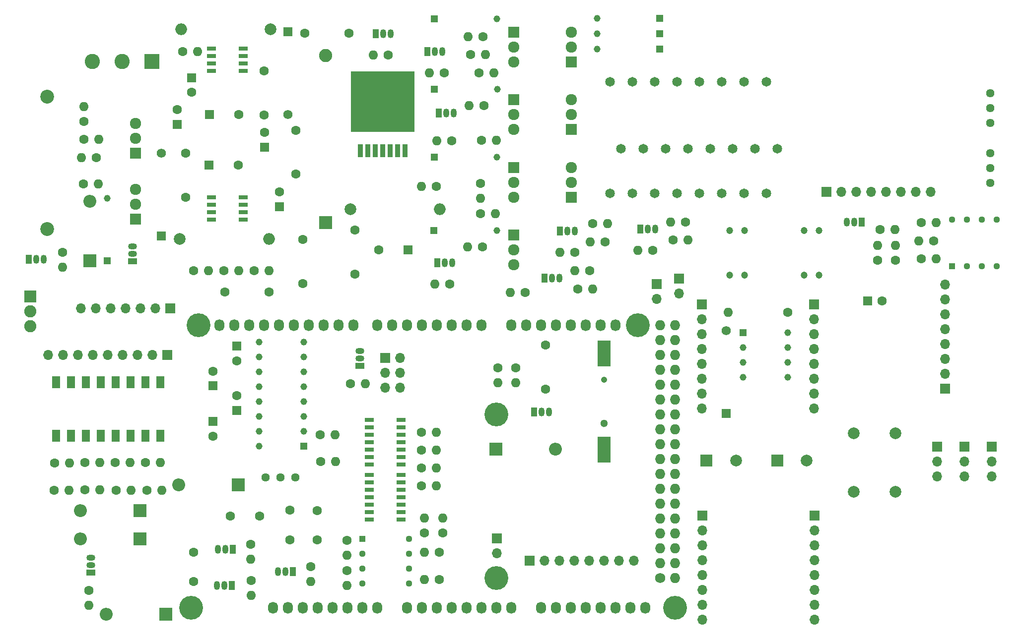
<source format=gbr>
%TF.GenerationSoftware,KiCad,Pcbnew,(6.0.0)*%
%TF.CreationDate,2022-04-28T11:50:29-07:00*%
%TF.ProjectId,AMS-Mega2560-Base,414d532d-4d65-4676-9132-3536302d4261,rev?*%
%TF.SameCoordinates,Original*%
%TF.FileFunction,Soldermask,Top*%
%TF.FilePolarity,Negative*%
%FSLAX46Y46*%
G04 Gerber Fmt 4.6, Leading zero omitted, Abs format (unit mm)*
G04 Created by KiCad (PCBNEW (6.0.0)) date 2022-04-28 11:50:29*
%MOMM*%
%LPD*%
G01*
G04 APERTURE LIST*
%ADD10C,1.727200*%
%ADD11O,1.727200X1.727200*%
%ADD12O,1.727200X2.032000*%
%ADD13C,4.064000*%
%ADD14C,1.650000*%
%ADD15R,1.575000X1.575000*%
%ADD16C,1.575000*%
%ADD17R,2.200000X2.200000*%
%ADD18O,2.200000X2.200000*%
%ADD19R,1.050000X1.500000*%
%ADD20O,1.050000X1.500000*%
%ADD21C,1.600000*%
%ADD22O,1.600000X1.600000*%
%ADD23R,1.920000X1.920000*%
%ADD24C,1.920000*%
%ADD25R,2.000000X2.000000*%
%ADD26C,2.000000*%
%ADD27R,1.700000X1.700000*%
%ADD28O,1.700000X1.700000*%
%ADD29O,2.000000X2.000000*%
%ADD30R,1.500000X1.050000*%
%ADD31O,1.500000X1.050000*%
%ADD32R,2.250000X2.250000*%
%ADD33C,2.250000*%
%ADD34R,0.910000X2.160000*%
%ADD35R,10.800000X10.410000*%
%ADD36R,2.600000X2.600000*%
%ADD37C,2.600000*%
%ADD38C,1.200000*%
%ADD39R,1.600000X1.600000*%
%ADD40R,1.450000X2.100000*%
%ADD41R,1.150000X1.150000*%
%ADD42C,1.150000*%
%ADD43R,1.528000X0.650000*%
%ADD44C,1.440000*%
%ADD45R,1.160000X1.160000*%
%ADD46C,1.160000*%
%ADD47R,2.085000X2.085000*%
%ADD48C,2.085000*%
%ADD49C,1.300000*%
%ADD50C,1.050000*%
%ADD51R,2.300000X4.500000*%
%ADD52C,2.360000*%
%ADD53R,1.130000X1.130000*%
%ADD54C,1.130000*%
%ADD55R,1.525000X0.650000*%
G04 APERTURE END LIST*
D10*
%TO.C,P4*%
X178021100Y-143971900D03*
D11*
X180561100Y-143971900D03*
X178021100Y-141431900D03*
X180561100Y-141431900D03*
X178021100Y-138891900D03*
X180561100Y-138891900D03*
X178021100Y-136351900D03*
X180561100Y-136351900D03*
X178021100Y-133811900D03*
X180561100Y-133811900D03*
X178021100Y-131271900D03*
X180561100Y-131271900D03*
X178021100Y-128731900D03*
X180561100Y-128731900D03*
X178021100Y-126191900D03*
X180561100Y-126191900D03*
X178021100Y-123651900D03*
X180561100Y-123651900D03*
X178021100Y-121111900D03*
X180561100Y-121111900D03*
X178021100Y-118571900D03*
X180561100Y-118571900D03*
X178021100Y-116031900D03*
X180561100Y-116031900D03*
X178021100Y-113491900D03*
X180561100Y-113491900D03*
X178021100Y-110951900D03*
X180561100Y-110951900D03*
X178021100Y-108411900D03*
X180561100Y-108411900D03*
X178021100Y-105871900D03*
X180561100Y-105871900D03*
X178021100Y-103331900D03*
X180561100Y-103331900D03*
X178021100Y-100791900D03*
X180561100Y-100791900D03*
%TD*%
D12*
%TO.C,P1*%
X111981100Y-149051900D03*
X114521100Y-149051900D03*
X117061100Y-149051900D03*
X119601100Y-149051900D03*
X122141100Y-149051900D03*
X124681100Y-149051900D03*
X127221100Y-149051900D03*
X129761100Y-149051900D03*
%TD*%
%TO.C,P2*%
X134841100Y-149051900D03*
X137381100Y-149051900D03*
X139921100Y-149051900D03*
X142461100Y-149051900D03*
X145001100Y-149051900D03*
X147541100Y-149051900D03*
X150081100Y-149051900D03*
X152621100Y-149051900D03*
%TD*%
%TO.C,P3*%
X157701100Y-149051900D03*
X160241100Y-149051900D03*
X162781100Y-149051900D03*
X165321100Y-149051900D03*
X167861100Y-149051900D03*
X170401100Y-149051900D03*
X172941100Y-149051900D03*
X175481100Y-149051900D03*
%TD*%
%TO.C,P5*%
X102837100Y-100791900D03*
X105377100Y-100791900D03*
X107917100Y-100791900D03*
X110457100Y-100791900D03*
X112997100Y-100791900D03*
X115537100Y-100791900D03*
X118077100Y-100791900D03*
X120617100Y-100791900D03*
X123157100Y-100791900D03*
X125697100Y-100791900D03*
%TD*%
%TO.C,P6*%
X129761100Y-100791900D03*
X132301100Y-100791900D03*
X134841100Y-100791900D03*
X137381100Y-100791900D03*
X139921100Y-100791900D03*
X142461100Y-100791900D03*
X145001100Y-100791900D03*
X147541100Y-100791900D03*
%TD*%
%TO.C,P7*%
X152621100Y-100791900D03*
X155161100Y-100791900D03*
X157701100Y-100791900D03*
X160241100Y-100791900D03*
X162781100Y-100791900D03*
X165321100Y-100791900D03*
X167861100Y-100791900D03*
X170401100Y-100791900D03*
%TD*%
D13*
%TO.C,P8*%
X98011100Y-149051900D03*
%TD*%
%TO.C,P9*%
X150081100Y-143971900D03*
%TD*%
%TO.C,P10*%
X180561100Y-149051900D03*
%TD*%
%TO.C,P11*%
X99281100Y-100791900D03*
%TD*%
%TO.C,P12*%
X150081100Y-116031900D03*
%TD*%
%TO.C,P13*%
X174211100Y-100791900D03*
%TD*%
D14*
%TO.C,J4*%
X196101600Y-78302400D03*
X198001600Y-70682400D03*
X196101600Y-59252400D03*
X192291600Y-78302400D03*
X194191600Y-70682400D03*
X192291600Y-59252400D03*
X188481600Y-78302400D03*
X190381600Y-70682400D03*
X188481600Y-59252400D03*
X184671600Y-78302400D03*
X186571600Y-70682400D03*
X184671600Y-59252400D03*
%TD*%
%TO.C,J5*%
X180857300Y-78302400D03*
X182757300Y-70682400D03*
X180857300Y-59252400D03*
X177047300Y-78302400D03*
X178947300Y-70682400D03*
X177047300Y-59252400D03*
X173237300Y-78302400D03*
X175137300Y-70682400D03*
X173237300Y-59252400D03*
X169427300Y-78302400D03*
X171327300Y-70682400D03*
X169427300Y-59252400D03*
%TD*%
D15*
%TO.C,D7*%
X92892200Y-85548400D03*
D16*
X92892200Y-71448400D03*
%TD*%
D17*
%TO.C,D10*%
X149922800Y-121993000D03*
D18*
X160082800Y-121993000D03*
%TD*%
D19*
%TO.C,Q8*%
X160890100Y-84718700D03*
D20*
X162160100Y-84718700D03*
X163430100Y-84718700D03*
%TD*%
D21*
%TO.C,R43*%
X168607800Y-86594000D03*
D22*
X166067800Y-86594000D03*
%TD*%
D17*
%TO.C,D1*%
X80706300Y-89808700D03*
D18*
X80706300Y-79648700D03*
%TD*%
D19*
%TO.C,Q16*%
X174624500Y-84413200D03*
D20*
X175894500Y-84413200D03*
X177164500Y-84413200D03*
%TD*%
D23*
%TO.C,Q13*%
X152969100Y-73847300D03*
D24*
X152969100Y-76387300D03*
X152969100Y-78927300D03*
%TD*%
D21*
%TO.C,R5*%
X108144700Y-138243300D03*
D22*
X108144700Y-140783300D03*
%TD*%
D21*
%TO.C,R65*%
X120056900Y-124116900D03*
D22*
X122596900Y-124116900D03*
%TD*%
D21*
%TO.C,R56*%
X180195400Y-86247700D03*
D22*
X182735400Y-86247700D03*
%TD*%
D23*
%TO.C,Q6*%
X88471600Y-71436700D03*
D24*
X88471600Y-68896700D03*
X88471600Y-66356700D03*
%TD*%
D25*
%TO.C,C30*%
X197993900Y-123904500D03*
D26*
X202993900Y-123904500D03*
%TD*%
D21*
%TO.C,R59*%
X147774100Y-51494800D03*
D22*
X145234100Y-51494800D03*
%TD*%
D21*
%TO.C,R48*%
X147351500Y-76587800D03*
D22*
X147351500Y-79127800D03*
%TD*%
D21*
%TO.C,R64*%
X120006400Y-119516000D03*
D22*
X122546400Y-119516000D03*
%TD*%
D21*
%TO.C,R22*%
X139843100Y-77085100D03*
D22*
X137303100Y-77085100D03*
%TD*%
D21*
%TO.C,R41*%
X147061400Y-57723300D03*
D22*
X149601400Y-57723300D03*
%TD*%
D27*
%TO.C,J24*%
X181186800Y-92877800D03*
D28*
X181186800Y-95417800D03*
%TD*%
D26*
%TO.C,L2*%
X96052200Y-86102400D03*
D29*
X111292200Y-86102400D03*
%TD*%
D21*
%TO.C,R21*%
X79687400Y-66002600D03*
D22*
X79687400Y-63462600D03*
%TD*%
D21*
%TO.C,R61*%
X79730500Y-69077500D03*
D22*
X82270500Y-69077500D03*
%TD*%
D27*
%TO.C,T3*%
X185205600Y-133341400D03*
D28*
X185205600Y-135881400D03*
X185205600Y-138421400D03*
X185205600Y-140961400D03*
X185205600Y-143501400D03*
X185205600Y-146041400D03*
X185205600Y-148581400D03*
X185205600Y-151121400D03*
%TD*%
D15*
%TO.C,D8*%
X114476300Y-50716300D03*
D16*
X114476300Y-64816300D03*
%TD*%
D21*
%TO.C,R58*%
X145684100Y-54609900D03*
D22*
X148224100Y-54609900D03*
%TD*%
D19*
%TO.C,Q23*%
X70303900Y-89526600D03*
D20*
X71573900Y-89526600D03*
X72843900Y-89526600D03*
%TD*%
D30*
%TO.C,Q2*%
X80900100Y-143056000D03*
D31*
X80900100Y-141786000D03*
X80900100Y-140516000D03*
%TD*%
D32*
%TO.C,D6*%
X120888400Y-83319600D03*
D33*
X120888400Y-54719600D03*
%TD*%
D30*
%TO.C,U2*%
X126761900Y-107716700D03*
D31*
X126761900Y-106446700D03*
X126761900Y-105176700D03*
%TD*%
D19*
%TO.C,Q24*%
X156465700Y-115613100D03*
D20*
X157735700Y-115613100D03*
X159005700Y-115613100D03*
%TD*%
D21*
%TO.C,L4*%
X199771300Y-98617200D03*
D22*
X189611300Y-98617200D03*
%TD*%
D19*
%TO.C,Q15*%
X140001700Y-90159900D03*
D20*
X141271700Y-90159900D03*
X142541700Y-90159900D03*
%TD*%
D34*
%TO.C,IC9*%
X126848400Y-70987100D03*
X128118400Y-70987100D03*
X129388400Y-70987100D03*
X130658400Y-70987100D03*
X131928400Y-70987100D03*
X133198400Y-70987100D03*
X134468400Y-70987100D03*
D35*
X130658400Y-62667100D03*
%TD*%
D21*
%TO.C,R31*%
X125172400Y-110772600D03*
D22*
X127712400Y-110772600D03*
%TD*%
D21*
%TO.C,R67*%
X137262100Y-122136700D03*
D22*
X139802100Y-122136700D03*
%TD*%
D21*
%TO.C,R24*%
X103527600Y-91520800D03*
D22*
X106067600Y-91520800D03*
%TD*%
D36*
%TO.C,J21*%
X91265200Y-55743100D03*
D37*
X86185200Y-55743100D03*
X81105200Y-55743100D03*
%TD*%
D27*
%TO.C,T4*%
X204282700Y-133341400D03*
D28*
X204282700Y-135881400D03*
X204282700Y-138421400D03*
X204282700Y-140961400D03*
X204282700Y-143501400D03*
X204282700Y-146041400D03*
X204282700Y-148581400D03*
X204282700Y-151121400D03*
%TD*%
D21*
%TO.C,C19*%
X103764500Y-95181000D03*
X111264500Y-95181000D03*
%TD*%
D38*
%TO.C,K1*%
X205074100Y-84663800D03*
X202534100Y-84663800D03*
X192374100Y-84663800D03*
X189834100Y-84663800D03*
X189834100Y-92283800D03*
X192374100Y-92283800D03*
X202534100Y-92283800D03*
X205074100Y-92283800D03*
%TD*%
D39*
%TO.C,C14*%
X113074300Y-80554800D03*
D21*
X113074300Y-78054800D03*
%TD*%
%TO.C,R46*%
X154933700Y-95182900D03*
D22*
X152393700Y-95182900D03*
%TD*%
D21*
%TO.C,R9*%
X118390500Y-142064600D03*
D22*
X118390500Y-144604600D03*
%TD*%
D19*
%TO.C,Q19*%
X138302400Y-54077800D03*
D20*
X139572400Y-54077800D03*
X140842400Y-54077800D03*
%TD*%
D27*
%TO.C,J6*%
X93896800Y-105925600D03*
D28*
X91356800Y-105925600D03*
X88816800Y-105925600D03*
X86276800Y-105925600D03*
X83736800Y-105925600D03*
X81196800Y-105925600D03*
X78656800Y-105925600D03*
X76116800Y-105925600D03*
X73576800Y-105925600D03*
%TD*%
D21*
%TO.C,R37*%
X153369000Y-108072800D03*
D22*
X153369000Y-110612800D03*
%TD*%
D21*
%TO.C,C2*%
X119512100Y-132503500D03*
X119512100Y-137503500D03*
%TD*%
D23*
%TO.C,Q20*%
X152969100Y-50748700D03*
D24*
X152969100Y-53288700D03*
X152969100Y-55828700D03*
%TD*%
D21*
%TO.C,R33*%
X224611300Y-86399600D03*
D22*
X222071300Y-86399600D03*
%TD*%
D27*
%TO.C,J22*%
X94384900Y-97908600D03*
D28*
X91844900Y-97908600D03*
X89304900Y-97908600D03*
X86764900Y-97908600D03*
X84224900Y-97908600D03*
X81684900Y-97908600D03*
X79144900Y-97908600D03*
%TD*%
D40*
%TO.C,IC7*%
X92718500Y-110579700D03*
X90178500Y-110579700D03*
X87638500Y-110579700D03*
X85098500Y-110579700D03*
X82558500Y-110579700D03*
X80018500Y-110579700D03*
X77478500Y-110579700D03*
X74938500Y-110579700D03*
X74938500Y-119679700D03*
X77478500Y-119679700D03*
X80018500Y-119679700D03*
X82558500Y-119679700D03*
X85098500Y-119679700D03*
X87638500Y-119679700D03*
X90178500Y-119679700D03*
X92718500Y-119679700D03*
%TD*%
D41*
%TO.C,Z5*%
X139400400Y-84637100D03*
D42*
X150100400Y-84637100D03*
%TD*%
D21*
%TO.C,C36*%
X158411400Y-104207200D03*
X158411400Y-111707200D03*
%TD*%
D43*
%TO.C,IC11*%
X101418300Y-53593900D03*
X101418300Y-54863900D03*
X101418300Y-56133900D03*
X101418300Y-57403900D03*
X106840300Y-57403900D03*
X106840300Y-56133900D03*
X106840300Y-54863900D03*
X106840300Y-53593900D03*
%TD*%
D21*
%TO.C,R49*%
X165995500Y-91505500D03*
D22*
X163455500Y-91505500D03*
%TD*%
D15*
%TO.C,D9*%
X189287900Y-115880600D03*
D16*
X189287900Y-101780600D03*
%TD*%
D21*
%TO.C,R1*%
X218111900Y-89695600D03*
D22*
X218111900Y-87155600D03*
%TD*%
D19*
%TO.C,Q12*%
X158237900Y-92748100D03*
D20*
X159507900Y-92748100D03*
X160777900Y-92748100D03*
%TD*%
D39*
%TO.C,C39*%
X105777600Y-104378800D03*
D21*
X105777600Y-106878800D03*
%TD*%
D39*
%TO.C,C40*%
X101718200Y-117243200D03*
D21*
X101718200Y-119743200D03*
%TD*%
%TO.C,R11*%
X74694700Y-124310600D03*
D22*
X77234700Y-124310600D03*
%TD*%
D21*
%TO.C,R8*%
X80495900Y-146081600D03*
D22*
X80495900Y-148621600D03*
%TD*%
D21*
%TO.C,C16*%
X115811000Y-75003600D03*
X115811000Y-67503600D03*
%TD*%
%TO.C,R10*%
X108188900Y-144400100D03*
D22*
X108188900Y-146940100D03*
%TD*%
D21*
%TO.C,R47*%
X147470900Y-69262600D03*
D22*
X150010900Y-69262600D03*
%TD*%
D44*
%TO.C,RV2*%
X234269300Y-71412700D03*
X234269300Y-73952700D03*
X234269300Y-76492700D03*
%TD*%
D21*
%TO.C,R12*%
X79646200Y-76718500D03*
D22*
X82186200Y-76718500D03*
%TD*%
D21*
%TO.C,R32*%
X222515100Y-83302700D03*
D22*
X225055100Y-83302700D03*
%TD*%
D19*
%TO.C,Q3*%
X115308000Y-142905600D03*
D20*
X114038000Y-142905600D03*
X112768000Y-142905600D03*
%TD*%
D45*
%TO.C,IC13*%
X192128300Y-102051900D03*
D46*
X192128300Y-104591900D03*
X192128300Y-107131900D03*
X192128300Y-109671900D03*
X199748300Y-109671900D03*
X199748300Y-107131900D03*
X199748300Y-104591900D03*
X199748300Y-102051900D03*
%TD*%
D27*
%TO.C,J8*%
X229872200Y-121547800D03*
D28*
X229872200Y-124087800D03*
X229872200Y-126627800D03*
%TD*%
D21*
%TO.C,R42*%
X147908100Y-63328600D03*
D22*
X145368100Y-63328600D03*
%TD*%
D21*
%TO.C,C15*%
X125959500Y-92097700D03*
X125959500Y-84597700D03*
%TD*%
%TO.C,R34*%
X222538900Y-89478600D03*
D22*
X225078900Y-89478600D03*
%TD*%
D39*
%TO.C,C18*%
X134997900Y-87964700D03*
D21*
X129997900Y-87964700D03*
%TD*%
D23*
%TO.C,Q17*%
X152969100Y-85396500D03*
D24*
X152969100Y-87936500D03*
X152969100Y-90476500D03*
%TD*%
D26*
%TO.C,C27*%
X211031400Y-119290600D03*
X211031400Y-129290600D03*
%TD*%
%TO.C,C29*%
X218110400Y-119260900D03*
X218110400Y-129260900D03*
%TD*%
D39*
%TO.C,C13*%
X110508700Y-70406100D03*
D21*
X110508700Y-67906100D03*
%TD*%
%TO.C,R69*%
X137248100Y-128241300D03*
D22*
X139788100Y-128241300D03*
%TD*%
D19*
%TO.C,Q11*%
X140261800Y-64541200D03*
D20*
X141531800Y-64541200D03*
X142801800Y-64541200D03*
%TD*%
D21*
%TO.C,R66*%
X137262100Y-119061900D03*
D22*
X139802100Y-119061900D03*
%TD*%
D21*
%TO.C,R45*%
X142435400Y-69333500D03*
D22*
X139895400Y-69333500D03*
%TD*%
D47*
%TO.C,Q22*%
X70584100Y-95867200D03*
D48*
X70584100Y-98407200D03*
X70584100Y-100947200D03*
%TD*%
D21*
%TO.C,C1*%
X98393200Y-139624000D03*
X98393200Y-144624000D03*
%TD*%
D17*
%TO.C,D2*%
X106014900Y-128035400D03*
D18*
X95854900Y-128035400D03*
%TD*%
D43*
%TO.C,IC10*%
X106840300Y-82737900D03*
X106840300Y-81467900D03*
X106840300Y-80197900D03*
X106840300Y-78927900D03*
X101418300Y-78927900D03*
X101418300Y-80197900D03*
X101418300Y-81467900D03*
X101418300Y-82737900D03*
%TD*%
D21*
%TO.C,R16*%
X74643200Y-128969800D03*
D22*
X77183200Y-128969800D03*
%TD*%
D21*
%TO.C,C21*%
X124890200Y-50980700D03*
X117390200Y-50980700D03*
%TD*%
D27*
%TO.C,J3*%
X226581200Y-111690700D03*
D28*
X226581200Y-109150700D03*
X226581200Y-106610700D03*
X226581200Y-104070700D03*
X226581200Y-101530700D03*
X226581200Y-98990700D03*
X226581200Y-96450700D03*
X226581200Y-93910700D03*
%TD*%
D21*
%TO.C,R26*%
X96498000Y-54101900D03*
D22*
X99038000Y-54101900D03*
%TD*%
D21*
%TO.C,R18*%
X85160400Y-128969800D03*
D22*
X87700400Y-128969800D03*
%TD*%
D27*
%TO.C,T2*%
X185138800Y-97249500D03*
D28*
X185138800Y-99789500D03*
X185138800Y-102329500D03*
X185138800Y-104869500D03*
X185138800Y-107409500D03*
X185138800Y-109949500D03*
X185138800Y-112489500D03*
X185138800Y-115029500D03*
%TD*%
D21*
%TO.C,R27*%
X124580100Y-137553400D03*
D22*
X124580100Y-140093400D03*
%TD*%
D45*
%TO.C,IC17*%
X117227000Y-121483700D03*
D46*
X117227000Y-118943700D03*
X117227000Y-116403700D03*
X117227000Y-113863700D03*
X117227000Y-111323700D03*
X117227000Y-108783700D03*
X117227000Y-106243700D03*
X117227000Y-103703700D03*
X109607000Y-103703700D03*
X109607000Y-106243700D03*
X109607000Y-108783700D03*
X109607000Y-111323700D03*
X109607000Y-113863700D03*
X109607000Y-116403700D03*
X109607000Y-118943700D03*
X109607000Y-121483700D03*
%TD*%
D49*
%TO.C,U3*%
X168461800Y-117557500D03*
D50*
X168461800Y-110107500D03*
D51*
X168461800Y-122032500D03*
X168461800Y-105632500D03*
%TD*%
D21*
%TO.C,R30*%
X140349900Y-139564900D03*
D22*
X137809900Y-139564900D03*
%TD*%
D41*
%TO.C,Z1*%
X139490600Y-60519100D03*
D42*
X150190600Y-60519100D03*
%TD*%
D21*
%TO.C,R50*%
X163902400Y-94613000D03*
D22*
X166442400Y-94613000D03*
%TD*%
D25*
%TO.C,C28*%
X185902000Y-123934200D03*
D26*
X190902000Y-123934200D03*
%TD*%
D39*
%TO.C,C38*%
X101718200Y-111166200D03*
D21*
X101718200Y-108666200D03*
%TD*%
D41*
%TO.C,Z8*%
X83647500Y-89837000D03*
D42*
X83647500Y-79137000D03*
%TD*%
D41*
%TO.C,Z7*%
X139423800Y-48453400D03*
D42*
X150123800Y-48453400D03*
%TD*%
D41*
%TO.C,Z3*%
X139451700Y-72110600D03*
D42*
X150151700Y-72110600D03*
%TD*%
D52*
%TO.C,U1*%
X73402700Y-61747000D03*
X73402700Y-84347000D03*
%TD*%
D44*
%TO.C,RV1*%
X234282700Y-61210200D03*
X234282700Y-63750200D03*
X234282700Y-66290200D03*
%TD*%
D19*
%TO.C,Q7*%
X129439400Y-51033300D03*
D20*
X130709400Y-51033300D03*
X131979400Y-51033300D03*
%TD*%
D39*
%TO.C,C26*%
X101104300Y-64850900D03*
D21*
X106104300Y-64850900D03*
%TD*%
%TO.C,R25*%
X108692700Y-91511200D03*
D22*
X111232700Y-91511200D03*
%TD*%
D21*
%TO.C,C20*%
X97028100Y-78937300D03*
X97028100Y-71437300D03*
%TD*%
D27*
%TO.C,T1*%
X206318600Y-78031400D03*
D28*
X208858600Y-78031400D03*
X211398600Y-78031400D03*
X213938600Y-78031400D03*
X216478600Y-78031400D03*
X219018600Y-78031400D03*
X221558600Y-78031400D03*
X224098600Y-78031400D03*
%TD*%
D27*
%TO.C,J1*%
X234522200Y-121547800D03*
D28*
X234522200Y-124087800D03*
X234522200Y-126627800D03*
%TD*%
D21*
%TO.C,R29*%
X140349900Y-144204100D03*
D22*
X137809900Y-144204100D03*
%TD*%
D30*
%TO.C,Q5*%
X87981600Y-89848500D03*
D31*
X87981600Y-88578500D03*
X87981600Y-87308500D03*
%TD*%
D21*
%TO.C,R15*%
X90206200Y-124300000D03*
D22*
X92746200Y-124300000D03*
%TD*%
D39*
%TO.C,C22*%
X95632700Y-66514500D03*
D21*
X95632700Y-64014500D03*
%TD*%
D53*
%TO.C,IC12*%
X127218200Y-137301300D03*
D54*
X127218200Y-139841300D03*
X127218200Y-142381300D03*
X127218200Y-144921300D03*
X135158200Y-144921300D03*
X135158200Y-142381300D03*
X135158200Y-139841300D03*
X135158200Y-137301300D03*
%TD*%
D23*
%TO.C,Q14*%
X162856400Y-67378000D03*
D24*
X162856400Y-64838000D03*
X162856400Y-62298000D03*
%TD*%
D39*
%TO.C,C23*%
X101039200Y-73440900D03*
D21*
X106039200Y-73440900D03*
%TD*%
%TO.C,C4*%
X109658300Y-133418000D03*
X104658300Y-133418000D03*
%TD*%
%TO.C,R62*%
X81820500Y-72188200D03*
D22*
X79280500Y-72188200D03*
%TD*%
D27*
%TO.C,T5*%
X204215900Y-97249500D03*
D28*
X204215900Y-99789500D03*
X204215900Y-102329500D03*
X204215900Y-104869500D03*
X204215900Y-107409500D03*
X204215900Y-109949500D03*
X204215900Y-112489500D03*
X204215900Y-115029500D03*
%TD*%
D21*
%TO.C,R35*%
X215533800Y-84508000D03*
D22*
X218073800Y-84508000D03*
%TD*%
D21*
%TO.C,R53*%
X147321700Y-81789700D03*
D22*
X149861700Y-81789700D03*
%TD*%
D21*
%TO.C,R38*%
X150284600Y-108072800D03*
D22*
X150284600Y-110612800D03*
%TD*%
D21*
%TO.C,R55*%
X182285400Y-83181700D03*
D22*
X179745400Y-83181700D03*
%TD*%
D27*
%TO.C,J23*%
X177429000Y-93759200D03*
D28*
X177429000Y-96299200D03*
%TD*%
D21*
%TO.C,R52*%
X176759400Y-87990300D03*
D22*
X174219400Y-87990300D03*
%TD*%
D21*
%TO.C,C17*%
X117048200Y-86173200D03*
X117048200Y-93673200D03*
%TD*%
%TO.C,R44*%
X166497800Y-83480000D03*
D22*
X169037800Y-83480000D03*
%TD*%
D17*
%TO.C,D5*%
X89215600Y-132497900D03*
D18*
X79055600Y-132497900D03*
%TD*%
D39*
%TO.C,C32*%
X213364300Y-96645700D03*
D21*
X215864300Y-96645700D03*
%TD*%
D55*
%TO.C,IC6*%
X128386900Y-126341400D03*
X128386900Y-127611400D03*
X128386900Y-128881400D03*
X128386900Y-130151400D03*
X128386900Y-131421400D03*
X128386900Y-132691400D03*
X128386900Y-133961400D03*
X133810900Y-133961400D03*
X133810900Y-132691400D03*
X133810900Y-131421400D03*
X133810900Y-130151400D03*
X133810900Y-128881400D03*
X133810900Y-127611400D03*
X133810900Y-126341400D03*
%TD*%
D19*
%TO.C,Q25*%
X212398800Y-83214400D03*
D20*
X211128800Y-83214400D03*
X209858800Y-83214400D03*
%TD*%
D23*
%TO.C,Q21*%
X88471600Y-82669100D03*
D24*
X88471600Y-80129100D03*
X88471600Y-77589100D03*
%TD*%
D39*
%TO.C,C25*%
X98051600Y-58524400D03*
D21*
X98051600Y-61024400D03*
%TD*%
%TO.C,R19*%
X90456400Y-128969800D03*
D22*
X92996400Y-128969800D03*
%TD*%
D21*
%TO.C,R68*%
X137247800Y-125193500D03*
D22*
X139787800Y-125193500D03*
%TD*%
D21*
%TO.C,R70*%
X215032600Y-89695600D03*
D22*
X215032600Y-87155600D03*
%TD*%
D55*
%TO.C,IC20*%
X128388000Y-116960100D03*
X128388000Y-118230100D03*
X128388000Y-119500100D03*
X128388000Y-120770100D03*
X128388000Y-122040100D03*
X128388000Y-123310100D03*
X128388000Y-124580100D03*
X133812000Y-124580100D03*
X133812000Y-123310100D03*
X133812000Y-122040100D03*
X133812000Y-120770100D03*
X133812000Y-119500100D03*
X133812000Y-118230100D03*
X133812000Y-116960100D03*
%TD*%
D21*
%TO.C,R6*%
X140895900Y-136279400D03*
D22*
X140895900Y-133739400D03*
%TD*%
D21*
%TO.C,R54*%
X147711900Y-87463200D03*
D22*
X145171900Y-87463200D03*
%TD*%
D21*
%TO.C,R28*%
X124586900Y-142739400D03*
D22*
X124586900Y-145279400D03*
%TD*%
D27*
%TO.C,J7*%
X131045500Y-106400900D03*
D28*
X133585500Y-106400900D03*
X131045500Y-108940900D03*
X133585500Y-108940900D03*
X131045500Y-111480900D03*
X133585500Y-111480900D03*
%TD*%
D21*
%TO.C,R40*%
X163398800Y-88349200D03*
D22*
X160858800Y-88349200D03*
%TD*%
D21*
%TO.C,C24*%
X110383600Y-57414700D03*
X110383600Y-64914700D03*
%TD*%
%TO.C,R39*%
X131603800Y-54678100D03*
D22*
X129063800Y-54678100D03*
%TD*%
D21*
%TO.C,R51*%
X142096800Y-93759800D03*
D22*
X139556800Y-93759800D03*
%TD*%
D27*
%TO.C,J2*%
X225222200Y-121547800D03*
D28*
X225222200Y-124087800D03*
X225222200Y-126627800D03*
%TD*%
D23*
%TO.C,Q9*%
X152969100Y-62298000D03*
D24*
X152969100Y-64838000D03*
X152969100Y-67378000D03*
%TD*%
D27*
%TO.C,J31*%
X150145600Y-137205600D03*
D28*
X150145600Y-139745600D03*
%TD*%
D21*
%TO.C,C3*%
X114841200Y-132433600D03*
X114841200Y-137433600D03*
%TD*%
%TO.C,R13*%
X79847600Y-124300000D03*
D22*
X82387600Y-124300000D03*
%TD*%
D17*
%TO.C,D4*%
X89215600Y-137290500D03*
D18*
X79055600Y-137290500D03*
%TD*%
D27*
%TO.C,T6*%
X155695300Y-141069100D03*
D28*
X158235300Y-141069100D03*
X160775300Y-141069100D03*
X163315300Y-141069100D03*
X165855300Y-141069100D03*
X168395300Y-141069100D03*
X170935300Y-141069100D03*
X173475300Y-141069100D03*
%TD*%
D21*
%TO.C,R17*%
X79880700Y-128961300D03*
D22*
X82420700Y-128961300D03*
%TD*%
D21*
%TO.C,R63*%
X76015800Y-88348200D03*
D22*
X76015800Y-90888200D03*
%TD*%
D19*
%TO.C,Q1*%
X105116400Y-139102200D03*
D20*
X103846400Y-139102200D03*
X102576400Y-139102200D03*
%TD*%
D21*
%TO.C,R23*%
X98369900Y-91532800D03*
D22*
X100909900Y-91532800D03*
%TD*%
D39*
%TO.C,C37*%
X105777600Y-115358800D03*
D21*
X105777600Y-112858800D03*
%TD*%
D26*
%TO.C,L1*%
X125176300Y-81011700D03*
D29*
X140416300Y-81011700D03*
%TD*%
D19*
%TO.C,Q4*%
X104959000Y-145284700D03*
D20*
X103689000Y-145284700D03*
X102419000Y-145284700D03*
%TD*%
D53*
%TO.C,IC14*%
X227755400Y-90720400D03*
D54*
X230295400Y-90720400D03*
X232835400Y-90720400D03*
X235375400Y-90720400D03*
X235375400Y-82780400D03*
X232835400Y-82780400D03*
X230295400Y-82780400D03*
X227755400Y-82780400D03*
%TD*%
D21*
%TO.C,R7*%
X137809900Y-136273900D03*
D22*
X137809900Y-133733900D03*
%TD*%
D23*
%TO.C,Q10*%
X162809300Y-55828700D03*
D24*
X162809300Y-53288700D03*
X162809300Y-50748700D03*
%TD*%
D26*
%TO.C,L3*%
X111539800Y-50273700D03*
D29*
X96299800Y-50273700D03*
%TD*%
D44*
%TO.C,RV4*%
X115792700Y-126844700D03*
X113252700Y-126844700D03*
X110712700Y-126844700D03*
%TD*%
D23*
%TO.C,Q18*%
X162856400Y-78927300D03*
D24*
X162856400Y-76387300D03*
X162856400Y-73847300D03*
%TD*%
D17*
%TO.C,D3*%
X93649500Y-150182100D03*
D18*
X83489500Y-150182100D03*
%TD*%
D21*
%TO.C,R14*%
X85053400Y-124300000D03*
D22*
X87593400Y-124300000D03*
%TD*%
D21*
%TO.C,R57*%
X141143800Y-57709500D03*
D22*
X138603800Y-57709500D03*
%TD*%
D41*
%TO.C,Z2*%
X177929300Y-48427000D03*
D42*
X167229300Y-48427000D03*
%TD*%
D41*
%TO.C,Z6*%
X177929300Y-53623000D03*
D42*
X167229300Y-53623000D03*
%TD*%
D41*
%TO.C,Z4*%
X177929300Y-51059400D03*
D42*
X167229300Y-51059400D03*
%TD*%
M02*

</source>
